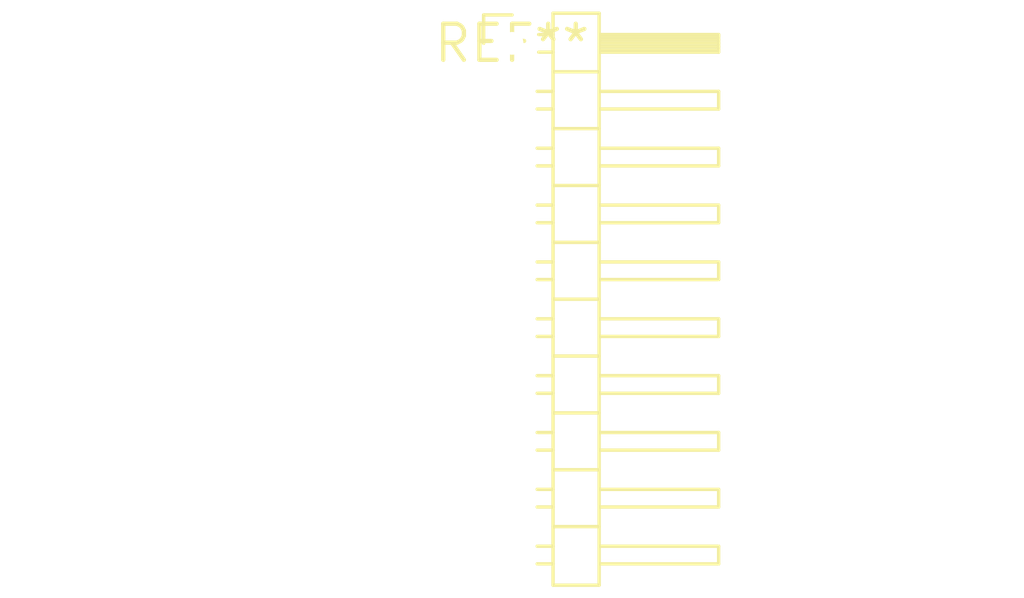
<source format=kicad_pcb>
(kicad_pcb (version 20240108) (generator pcbnew)
  (layers (0 "F.Cu" signal) (31 "B.Cu" signal) (34 "B.Paste" user) (35 "F.Paste" user) (36 "B.SilkS" user "B.Silkscreen") (37 "F.SilkS" user "F.Silkscreen") (38 "B.Mask" user) (39 "F.Mask" user) (44 "Edge.Cuts" user))
  (net 0 "")
  (footprint "PinHeader_1x10_P2.00mm_Horizontal" (layer "F.Cu") (at 0 0)
    (property "Reference" "REF**")
    (property "Value" "PinHeader_1x10_P2.00mm_Horizontal")
    (fp_line (start -1 -1) (end 0 -1) (layer "F.SilkS") (stroke (width 0.12)))
    (fp_line (start -1 0) (end -1 -1) (layer "F.SilkS") (stroke (width 0.12)))
    (fp_line (start 0.882114 1.69) (end 1.44 1.69) (layer "F.SilkS") (stroke (width 0.12)))
    (fp_line (start 0.882114 2.31) (end 1.44 2.31) (layer "F.SilkS") (stroke (width 0.12)))
    (fp_line (start 0.882114 3.69) (end 1.44 3.69) (layer "F.SilkS") (stroke (width 0.12)))
    (fp_line (start 0.882114 4.31) (end 1.44 4.31) (layer "F.SilkS") (stroke (width 0.12)))
    (fp_line (start 0.882114 5.69) (end 1.44 5.69) (layer "F.SilkS") (stroke (width 0.12)))
    (fp_line (start 0.882114 6.31) (end 1.44 6.31) (layer "F.SilkS") (stroke (width 0.12)))
    (fp_line (start 0.882114 7.69) (end 1.44 7.69) (layer "F.SilkS") (stroke (width 0.12)))
    (fp_line (start 0.882114 8.31) (end 1.44 8.31) (layer "F.SilkS") (stroke (width 0.12)))
    (fp_line (start 0.882114 9.69) (end 1.44 9.69) (layer "F.SilkS") (stroke (width 0.12)))
    (fp_line (start 0.882114 10.31) (end 1.44 10.31) (layer "F.SilkS") (stroke (width 0.12)))
    (fp_line (start 0.882114 11.69) (end 1.44 11.69) (layer "F.SilkS") (stroke (width 0.12)))
    (fp_line (start 0.882114 12.31) (end 1.44 12.31) (layer "F.SilkS") (stroke (width 0.12)))
    (fp_line (start 0.882114 13.69) (end 1.44 13.69) (layer "F.SilkS") (stroke (width 0.12)))
    (fp_line (start 0.882114 14.31) (end 1.44 14.31) (layer "F.SilkS") (stroke (width 0.12)))
    (fp_line (start 0.882114 15.69) (end 1.44 15.69) (layer "F.SilkS") (stroke (width 0.12)))
    (fp_line (start 0.882114 16.31) (end 1.44 16.31) (layer "F.SilkS") (stroke (width 0.12)))
    (fp_line (start 0.882114 17.69) (end 1.44 17.69) (layer "F.SilkS") (stroke (width 0.12)))
    (fp_line (start 0.882114 18.31) (end 1.44 18.31) (layer "F.SilkS") (stroke (width 0.12)))
    (fp_line (start 0.935 -0.31) (end 1.44 -0.31) (layer "F.SilkS") (stroke (width 0.12)))
    (fp_line (start 0.935 0.31) (end 1.44 0.31) (layer "F.SilkS") (stroke (width 0.12)))
    (fp_line (start 1.44 -1.06) (end 1.44 19.06) (layer "F.SilkS") (stroke (width 0.12)))
    (fp_line (start 1.44 1) (end 3.06 1) (layer "F.SilkS") (stroke (width 0.12)))
    (fp_line (start 1.44 3) (end 3.06 3) (layer "F.SilkS") (stroke (width 0.12)))
    (fp_line (start 1.44 5) (end 3.06 5) (layer "F.SilkS") (stroke (width 0.12)))
    (fp_line (start 1.44 7) (end 3.06 7) (layer "F.SilkS") (stroke (width 0.12)))
    (fp_line (start 1.44 9) (end 3.06 9) (layer "F.SilkS") (stroke (width 0.12)))
    (fp_line (start 1.44 11) (end 3.06 11) (layer "F.SilkS") (stroke (width 0.12)))
    (fp_line (start 1.44 13) (end 3.06 13) (layer "F.SilkS") (stroke (width 0.12)))
    (fp_line (start 1.44 15) (end 3.06 15) (layer "F.SilkS") (stroke (width 0.12)))
    (fp_line (start 1.44 17) (end 3.06 17) (layer "F.SilkS") (stroke (width 0.12)))
    (fp_line (start 1.44 19.06) (end 3.06 19.06) (layer "F.SilkS") (stroke (width 0.12)))
    (fp_line (start 3.06 -1.06) (end 1.44 -1.06) (layer "F.SilkS") (stroke (width 0.12)))
    (fp_line (start 3.06 -0.31) (end 7.26 -0.31) (layer "F.SilkS") (stroke (width 0.12)))
    (fp_line (start 3.06 -0.25) (end 7.26 -0.25) (layer "F.SilkS") (stroke (width 0.12)))
    (fp_line (start 3.06 -0.13) (end 7.26 -0.13) (layer "F.SilkS") (stroke (width 0.12)))
    (fp_line (start 3.06 -0.01) (end 7.26 -0.01) (layer "F.SilkS") (stroke (width 0.12)))
    (fp_line (start 3.06 0.11) (end 7.26 0.11) (layer "F.SilkS") (stroke (width 0.12)))
    (fp_line (start 3.06 0.23) (end 7.26 0.23) (layer "F.SilkS") (stroke (width 0.12)))
    (fp_line (start 3.06 1.69) (end 7.26 1.69) (layer "F.SilkS") (stroke (width 0.12)))
    (fp_line (start 3.06 3.69) (end 7.26 3.69) (layer "F.SilkS") (stroke (width 0.12)))
    (fp_line (start 3.06 5.69) (end 7.26 5.69) (layer "F.SilkS") (stroke (width 0.12)))
    (fp_line (start 3.06 7.69) (end 7.26 7.69) (layer "F.SilkS") (stroke (width 0.12)))
    (fp_line (start 3.06 9.69) (end 7.26 9.69) (layer "F.SilkS") (stroke (width 0.12)))
    (fp_line (start 3.06 11.69) (end 7.26 11.69) (layer "F.SilkS") (stroke (width 0.12)))
    (fp_line (start 3.06 13.69) (end 7.26 13.69) (layer "F.SilkS") (stroke (width 0.12)))
    (fp_line (start 3.06 15.69) (end 7.26 15.69) (layer "F.SilkS") (stroke (width 0.12)))
    (fp_line (start 3.06 17.69) (end 7.26 17.69) (layer "F.SilkS") (stroke (width 0.12)))
    (fp_line (start 3.06 19.06) (end 3.06 -1.06) (layer "F.SilkS") (stroke (width 0.12)))
    (fp_line (start 7.26 -0.31) (end 7.26 0.31) (layer "F.SilkS") (stroke (width 0.12)))
    (fp_line (start 7.26 0.31) (end 3.06 0.31) (layer "F.SilkS") (stroke (width 0.12)))
    (fp_line (start 7.26 1.69) (end 7.26 2.31) (layer "F.SilkS") (stroke (width 0.12)))
    (fp_line (start 7.26 2.31) (end 3.06 2.31) (layer "F.SilkS") (stroke (width 0.12)))
    (fp_line (start 7.26 3.69) (end 7.26 4.31) (layer "F.SilkS") (stroke (width 0.12)))
    (fp_line (start 7.26 4.31) (end 3.06 4.31) (layer "F.SilkS") (stroke (width 0.12)))
    (fp_line (start 7.26 5.69) (end 7.26 6.31) (layer "F.SilkS") (stroke (width 0.12)))
    (fp_line (start 7.26 6.31) (end 3.06 6.31) (layer "F.SilkS") (stroke (width 0.12)))
    (fp_line (start 7.26 7.69) (end 7.26 8.31) (layer "F.SilkS") (stroke (width 0.12)))
    (fp_line (start 7.26 8.31) (end 3.06 8.31) (layer "F.SilkS") (stroke (width 0.12)))
    (fp_line (start 7.26 9.69) (end 7.26 10.31) (layer "F.SilkS") (stroke (width 0.12)))
    (fp_line (start 7.26 10.31) (end 3.06 10.31) (layer "F.SilkS") (stroke (width 0.12)))
    (fp_line (start 7.26 11.69) (end 7.26 12.31) (layer "F.SilkS") (stroke (width 0.12)))
    (fp_line (start 7.26 12.31) (end 3.06 12.31) (layer "F.SilkS") (stroke (width 0.12)))
    (fp_line (start 7.26 13.69) (end 7.26 14.31) (layer "F.SilkS") (stroke (width 0.12)))
    (fp_line (start 7.26 14.31) (end 3.06 14.31) (layer "F.SilkS") (stroke (width 0.12)))
    (fp_line (start 7.26 15.69) (end 7.26 16.31) (layer "F.SilkS") (stroke (width 0.12)))
    (fp_line (start 7.26 16.31) (end 3.06 16.31) (layer "F.SilkS") (stroke (width 0.12)))
    (fp_line (start 7.26 17.69) (end 7.26 18.31) (layer "F.SilkS") (stroke (width 0.12)))
    (fp_line (start 7.26 18.31) (end 3.06 18.31) (layer "F.SilkS") (stroke (width 0.12)))
    (pad "1" thru_hole rect (at 0 0) (size 1.35 1.35) (drill 0.8) (layers *.Cu *.Mask) (remove_unused_layers))
    (pad "2" thru_hole oval (at 0 2) (size 1.35 1.35) (drill 0.8) (layers *.Cu *.Mask) (remove_unused_layers))
    (pad "3" thru_hole oval (at 0 4) (size 1.35 1.35) (drill 0.8) (layers *.Cu *.Mask) (remove_unused_layers))
    (pad "4" thru_hole oval (at 0 6) (size 1.35 1.35) (drill 0.8) (layers *.Cu *.Mask) (remove_unused_layers))
    (pad "5" thru_hole oval (at 0 8) (size 1.35 1.35) (drill 0.8) (layers *.Cu *.Mask) (remove_unused_layers))
    (pad "6" thru_hole oval (at 0 10) (size 1.35 1.35) (drill 0.8) (layers *.Cu *.Mask) (remove_unused_layers))
    (pad "7" thru_hole oval (at 0 12) (size 1.35 1.35) (drill 0.8) (layers *.Cu *.Mask) (remove_unused_layers))
    (pad "8" thru_hole oval (at 0 14) (size 1.35 1.35) (drill 0.8) (layers *.Cu *.Mask) (remove_unused_layers))
    (pad "9" thru_hole oval (at 0 16) (size 1.35 1.35) (drill 0.8) (layers *.Cu *.Mask) (remove_unused_layers))
    (pad "10" thru_hole oval (at 0 18) (size 1.35 1.35) (drill 0.8) (layers *.Cu *.Mask) (remove_unused_layers))
  )
)
</source>
